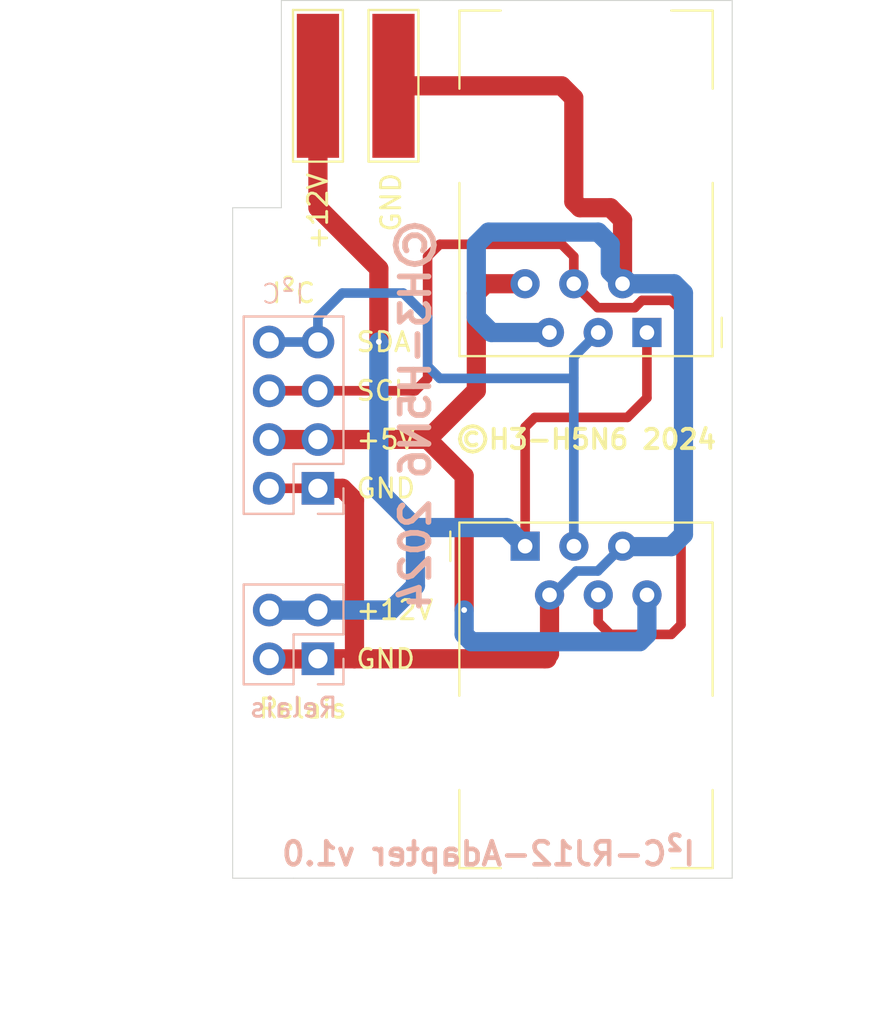
<source format=kicad_pcb>
(kicad_pcb (version 20240108) (generator "pcbnew") (generator_version "8.0")
  (layers (0 "F.Cu" signal) (31 "B.Cu" signal) (34 "B.Paste" user) (35 "F.Paste" user) (36 "B.SilkS" user "B.Silkscreen") (37 "F.SilkS" user "F.Silkscreen") (38 "B.Mask" user) (39 "F.Mask" user) (44 "Edge.Cuts" user))
  (net 0 "")
  (net 1 "GND")
  (net 2 "+5V")
  (net 3 "+12V")
  (net 4 "/SDA")
  (net 5 "/SCL")
  (footprint "Text:Text" (layer "F.Cu") (at 106.68 116.84)
    (property "Reference" "Tx2" (hide yes))
    (property "Value" "I²C-RJ12-Adapter v1.0" (hide yes))
    (fp_text user "${VALUE}" (at -1.27 -5.08 0) (layer "B.SilkS") (effects (font (size 1.2 1.2) (thickness 0.24) (bold yes)) (justify mirror)))
  )
  (footprint "Wago:RJ12_Amphenol_54601_Light" (layer "F.Cu") (at 107.32 95.735)
    (property "Reference" "J2" (hide yes))
    (property "Value" "6P6C" (hide yes))
    (fp_line (start -3.9 0.77) (end -3.9 -0.76) (stroke (width 0.12)) (layer "F.SilkS"))
    (fp_line (start -3.43 -1.23) (end 9.77 -1.23) (stroke (width 0.12)) (layer "F.SilkS"))
    (fp_line (start -3.43 7.72) (end -3.43 7.79) (stroke (width 0.1)) (layer "F.SilkS"))
    (fp_line (start -3.43 7.79) (end -3.43 -1.23) (stroke (width 0.12)) (layer "F.SilkS"))
    (fp_line (start -3.43 16.77) (end -3.43 12.7) (stroke (width 0.12)) (layer "F.SilkS"))
    (fp_line (start -1.27 16.77) (end -3.43 16.77) (stroke (width 0.12)) (layer "F.SilkS"))
    (fp_line (start 9.77 -1.23) (end 9.77 7.79) (stroke (width 0.12)) (layer "F.SilkS"))
    (fp_line (start 9.77 16.65) (end 9.77 16.77) (stroke (width 0.1)) (layer "F.SilkS"))
    (fp_line (start 9.77 16.76) (end 9.77 16.77) (stroke (width 0.1)) (layer "F.SilkS"))
    (fp_line (start 9.77 16.77) (end 7.62 16.77) (stroke (width 0.12)) (layer "F.SilkS"))
    (fp_line (start 9.77 16.77) (end 9.77 12.7) (stroke (width 0.12)) (layer "F.SilkS"))
    (pad "" np_thru_hole circle (at -1.91 8.89) (size 3.25 3.25) (drill 3.25) (layers "*.Cu" "*.Mask"))
    (pad "" np_thru_hole circle (at 8.25 8.89) (size 3.25 3.25) (drill 3.25) (layers "*.Cu" "*.Mask"))
    (pad "1" thru_hole rect (at 0 0) (size 1.52 1.52) (drill 0.76) (layers "*.Cu" "*.Mask") (net 3 "+12V"))
    (pad "2" thru_hole circle (at 1.27 2.54) (size 1.52 1.52) (drill 0.76) (layers "*.Cu" "*.Mask") (net 1 "GND"))
    (pad "3" thru_hole circle (at 2.54 0) (size 1.52 1.52) (drill 0.76) (layers "*.Cu" "*.Mask") (net 4 "/SDA"))
    (pad "4" thru_hole circle (at 3.81 2.54) (size 1.52 1.52) (drill 0.76) (layers "*.Cu" "*.Mask") (net 5 "/SCL"))
    (pad "5" thru_hole circle (at 5.08 0) (size 1.52 1.52) (drill 0.76) (layers "*.Cu" "*.Mask") (net 1 "GND"))
    (pad "6" thru_hole circle (at 6.35 2.54) (size 1.52 1.52) (drill 0.76) (layers "*.Cu" "*.Mask") (net 2 "+5V"))
  )
  (footprint "Wago:Pad_7.5x2.2mm" (layer "F.Cu") (at 96.52 71.755 90)
    (property "Reference" "J12" (hide yes))
    (property "Value" "+12V" (at -4.445 0 -90) (layer "F.SilkS") (effects (justify right)))
    (fp_line (start 3.95 -1.3) (end 3.95 1.3) (stroke (width 0.12)) (layer "F.SilkS"))
    (fp_line (start -3.95 -1.3) (end 3.95 -1.3) (stroke (width 0.12)) (layer "F.SilkS"))
    (fp_line (start 3.95 1.3) (end -3.95 1.3) (stroke (width 0.12)) (layer "F.SilkS"))
    (fp_line (start -3.95 1.3) (end -3.95 -1.3) (stroke (width 0.12)) (layer "F.SilkS"))
    (pad "1" smd rect (at 0 0 90) (size 7.5 2.2) (layers "F.Cu" "F.Mask") (net 3 "+12V"))
  )
  (footprint "MountingHole:MountingHole_3.2mm_M3" (layer "F.Cu") (at 99.695 108.585)
    (property "Reference" "H2" (hide yes))
    (property "Value" "MountingHole" (hide yes))
    (pad "" np_thru_hole circle (at 0 0) (size 3.2 3.2) (drill 3.2) (layers "F&B.Cu" "*.Mask"))
  )
  (footprint "Text:Text" (layer "F.Cu") (at 81.28 95.25 90)
    (property "Reference" "Tx1" (hide yes))
    (property "Value" "©H3-H5N6 2024" (hide yes))
    (fp_text user "${VALUE}" (at 6.35 20.32 -90) (layer "B.SilkS") (effects (font (size 1.5 1.5) (thickness 0.3) (bold yes)) (justify mirror)))
    (fp_text user "${VALUE}" (at 5.08 29.21 0) (layer "F.SilkS") (effects (font (thickness 0.2) (bold yes))))
  )
  (footprint "Wago:RJ12_Amphenol_54601_Light" (layer "F.Cu") (at 113.665 84.605 180)
    (property "Reference" "J1" (hide yes))
    (property "Value" "6P6C" (hide yes))
    (fp_line (start 9.77 16.77) (end 9.77 12.7) (stroke (width 0.12)) (layer "F.SilkS"))
    (fp_line (start 9.77 16.77) (end 7.62 16.77) (stroke (width 0.12)) (layer "F.SilkS"))
    (fp_line (start 9.77 16.76) (end 9.77 16.77) (stroke (width 0.1)) (layer "F.SilkS"))
    (fp_line (start 9.77 16.65) (end 9.77 16.77) (stroke (width 0.1)) (layer "F.SilkS"))
    (fp_line (start 9.77 -1.23) (end 9.77 7.79) (stroke (width 0.12)) (layer "F.SilkS"))
    (fp_line (start -1.27 16.77) (end -3.43 16.77) (stroke (width 0.12)) (layer "F.SilkS"))
    (fp_line (start -3.43 16.77) (end -3.43 12.7) (stroke (width 0.12)) (layer "F.SilkS"))
    (fp_line (start -3.43 7.79) (end -3.43 -1.23) (stroke (width 0.12)) (layer "F.SilkS"))
    (fp_line (start -3.43 7.72) (end -3.43 7.79) (stroke (width 0.1)) (layer "F.SilkS"))
    (fp_line (start -3.43 -1.23) (end 9.77 -1.23) (stroke (width 0.12)) (layer "F.SilkS"))
    (fp_line (start -3.9 0.77) (end -3.9 -0.76) (stroke (width 0.12)) (layer "F.SilkS"))
    (pad "" np_thru_hole circle (at -1.91 8.89 180) (size 3.25 3.25) (drill 3.25) (layers "*.Cu" "*.Mask"))
    (pad "" np_thru_hole circle (at 8.25 8.89 180) (size 3.25 3.25) (drill 3.25) (layers "*.Cu" "*.Mask"))
    (pad "1" thru_hole rect (at 0 0 180) (size 1.52 1.52) (drill 0.76) (layers "*.Cu" "*.Mask") (net 3 "+12V"))
    (pad "2" thru_hole circle (at 1.27 2.54 180) (size 1.52 1.52) (drill 0.76) (layers "*.Cu" "*.Mask") (net 1 "GND"))
    (pad "3" thru_hole circle (at 2.54 0 180) (size 1.52 1.52) (drill 0.76) (layers "*.Cu" "*.Mask") (net 4 "/SDA"))
    (pad "4" thru_hole circle (at 3.81 2.54 180) (size 1.52 1.52) (drill 0.76) (layers "*.Cu" "*.Mask") (net 5 "/SCL"))
    (pad "5" thru_hole circle (at 5.08 0 180) (size 1.52 1.52) (drill 0.76) (layers "*.Cu" "*.Mask") (net 1 "GND"))
    (pad "6" thru_hole circle (at 6.35 2.54 180) (size 1.52 1.52) (drill 0.76) (layers "*.Cu" "*.Mask") (net 2 "+5V"))
  )
  (footprint "Wago:Pad_7.5x2.2mm" (layer "F.Cu") (at 100.457 71.755 90)
    (property "Reference" "J13" (hide yes))
    (property "Value" "GND" (at -4.445 -0.127 -90) (layer "F.SilkS") (effects (justify right)))
    (fp_line (start 3.95 -1.3) (end 3.95 1.3) (stroke (width 0.12)) (layer "F.SilkS"))
    (fp_line (start -3.95 -1.3) (end 3.95 -1.3) (stroke (width 0.12)) (layer "F.SilkS"))
    (fp_line (start 3.95 1.3) (end -3.95 1.3) (stroke (width 0.12)) (layer "F.SilkS"))
    (fp_line (start -3.95 1.3) (end -3.95 -1.3) (stroke (width 0.12)) (layer "F.SilkS"))
    (pad "1" smd rect (at 0 0 90) (size 7.5 2.2) (layers "F.Cu" "F.Mask") (net 1 "GND"))
  )
  (footprint "Connector_PinSocket_2.54mm:PinSocket_2x02_P2.54mm_Vertical" (layer "B.Cu") (at 96.52 101.6)
    (property "Reference" "J11" (hide yes))
    (property "Value" "Relais" (at -1.27 2.54 0) (layer "B.SilkS") (effects (justify mirror)))
    (fp_line (start -3.87 -3.87) (end -3.87 1.33) (stroke (width 0.12)) (layer "B.SilkS"))
    (fp_line (start -1.27 -1.27) (end -1.27 1.33) (stroke (width 0.12)) (layer "B.SilkS"))
    (fp_line (start -1.27 1.33) (end -3.87 1.33) (stroke (width 0.12)) (layer "B.SilkS"))
    (fp_line (start 1.33 -3.87) (end -3.87 -3.87) (stroke (width 0.12)) (layer "B.SilkS"))
    (fp_line (start 1.33 -3.87) (end 1.33 -1.27) (stroke (width 0.12)) (layer "B.SilkS"))
    (fp_line (start 1.33 -1.27) (end -1.27 -1.27) (stroke (width 0.12)) (layer "B.SilkS"))
    (fp_line (start 1.33 0) (end 1.33 1.33) (stroke (width 0.12)) (layer "B.SilkS"))
    (fp_line (start 1.33 1.33) (end 0 1.33) (stroke (width 0.12)) (layer "B.SilkS"))
    (pad "1" thru_hole rect (at 0 0) (size 1.7 1.7) (drill 1) (layers "*.Cu" "*.Mask") (net 1 "GND"))
    (pad "2" thru_hole oval (at -2.54 0) (size 1.7 1.7) (drill 1) (layers "*.Cu" "*.Mask") (net 1 "GND"))
    (pad "3" thru_hole oval (at 0 -2.54) (size 1.7 1.7) (drill 1) (layers "*.Cu" "*.Mask") (net 3 "+12V"))
    (pad "4" thru_hole oval (at -2.54 -2.54) (size 1.7 1.7) (drill 1) (layers "*.Cu" "*.Mask") (net 3 "+12V"))
  )
  (footprint "Connector_PinSocket_2.54mm:PinSocket_2x04_P2.54mm_Vertical" (layer "B.Cu") (at 96.52 92.72)
    (property "Reference" "J10" (hide yes))
    (property "Value" "I²C" (at -1.27 -10.17 0) (layer "F.SilkS"))
    (fp_line (start -3.87 -8.95) (end -3.87 1.33) (stroke (width 0.12)) (layer "B.SilkS"))
    (fp_line (start -1.27 -1.27) (end -1.27 1.33) (stroke (width 0.12)) (layer "B.SilkS"))
    (fp_line (start -1.27 1.33) (end -3.87 1.33) (stroke (width 0.12)) (layer "B.SilkS"))
    (fp_line (start 1.33 -8.95) (end -3.87 -8.95) (stroke (width 0.12)) (layer "B.SilkS"))
    (fp_line (start 1.33 -8.95) (end 1.33 -1.27) (stroke (width 0.12)) (layer "B.SilkS"))
    (fp_line (start 1.33 -1.27) (end -1.27 -1.27) (stroke (width 0.12)) (layer "B.SilkS"))
    (fp_line (start 1.33 0) (end 1.33 1.33) (stroke (width 0.12)) (layer "B.SilkS"))
    (fp_line (start 1.33 1.33) (end 0 1.33) (stroke (width 0.12)) (layer "B.SilkS"))
    (pad "1" thru_hole rect (at 0 0) (size 1.7 1.7) (drill 1) (layers "*.Cu" "*.Mask") (net 1 "GND"))
    (pad "2" thru_hole oval (at -2.54 0) (size 1.7 1.7) (drill 1) (layers "*.Cu" "*.Mask") (net 1 "GND"))
    (pad "3" thru_hole oval (at 0 -2.54) (size 1.7 1.7) (drill 1) (layers "*.Cu" "*.Mask") (net 2 "+5V"))
    (pad "4" thru_hole oval (at -2.54 -2.54) (size 1.7 1.7) (drill 1) (layers "*.Cu" "*.Mask") (net 2 "+5V"))
    (pad "5" thru_hole oval (at 0 -5.08) (size 1.7 1.7) (drill 1) (layers "*.Cu" "*.Mask") (net 5 "/SCL"))
    (pad "6" thru_hole oval (at -2.54 -5.08) (size 1.7 1.7) (drill 1) (layers "*.Cu" "*.Mask") (net 5 "/SCL"))
    (pad "7" thru_hole oval (at 0 -7.62) (size 1.7 1.7) (drill 1) (layers "*.Cu" "*.Mask") (net 4 "/SDA"))
    (pad "8" thru_hole oval (at -2.54 -7.62) (size 1.7 1.7) (drill 1) (layers "*.Cu" "*.Mask") (net 4 "/SDA"))
  )
  (gr_line (start 92.075 78.105) (end 94.615 78.105) (stroke (width 0.05)) (layer "Edge.Cuts"))
  (gr_line (start 95.25 113.03) (end 107.95 113.03) (stroke (width 0.05)) (layer "Edge.Cuts"))
  (gr_line (start 92.075 113.03) (end 95.25 113.03) (stroke (width 0.05)) (layer "Edge.Cuts"))
  (gr_line (start 118.11 67.31) (end 118.11 113.03) (stroke (width 0.05)) (layer "Edge.Cuts"))
  (gr_line (start 94.615 67.31) (end 102.87 67.31) (stroke (width 0.05)) (layer "Edge.Cuts"))
  (gr_line (start 94.615 78.105) (end 94.615 67.31) (stroke (width 0.05)) (layer "Edge.Cuts"))
  (gr_line (start 102.87 67.31) (end 118.11 67.31) (stroke (width 0.05)) (layer "Edge.Cuts"))
  (gr_line (start 92.075 113.03) (end 92.075 78.105) (stroke (width 0.05)) (layer "Edge.Cuts"))
  (gr_line (start 118.11 113.03) (end 107.95 113.03) (stroke (width 0.05)) (layer "Edge.Cuts"))
  (gr_text "I²C" (at 95.885 83.185 0) (layer "B.SilkS") (effects (font (size 1 1) (thickness 0.1)) (justify left bottom mirror)))
  (gr_text "GND" (at 98.425 101.61 0) (layer "F.SilkS") (effects (font (size 1 1)) (justify left)))
  (gr_text "GND" (at 98.435 92.72 0) (layer "F.SilkS") (effects (font (size 1 1)) (justify left)))
  (gr_text "+5V" (at 98.435 90.18 0) (layer "F.SilkS") (effects (font (size 1 1)) (justify left)))
  (gr_text "+12V" (at 98.425 99.06 0) (layer "F.SilkS") (effects (font (size 1 1)) (justify left)))
  (gr_text "SDA" (at 98.435 85.1 0) (layer "F.SilkS") (effects (font (size 1 1)) (justify left)))
  (gr_text "SCL" (at 98.435 87.64 0) (layer "F.SilkS") (effects (font (size 1 1)) (justify left)))
  (gr_text "Relais" (at 93.345 104.775 0) (layer "F.SilkS") (effects (font (size 1 1)) (justify left bottom)))
  (segment (start 109.22 71.755) (end 100.457 71.755) (width 1) (layer "F.Cu") (net 1))
  (segment (start 108.59 101.346) (end 108.59 98.275) (width 1) (layer "F.Cu") (net 1))
  (segment (start 108.336 101.6) (end 108.59 101.346) (width 1) (layer "F.Cu") (net 1))
  (segment (start 97.8 92.72) (end 98.425 93.345) (width 1) (layer "F.Cu") (net 1))
  (segment (start 93.99 101.61) (end 96.53 101.61) (width 1) (layer "F.Cu") (net 1))
  (segment (start 109.855 72.39) (end 109.22 71.755) (width 1) (layer "F.Cu") (net 1))
  (segment (start 110.1725 78.105) (end 109.855 77.7875) (width 1) (layer "F.Cu") (net 1))
  (segment (start 98.425 93.345) (end 98.425 101.6) (width 1) (layer "F.Cu") (net 1))
  (segment (start 112.395 78.74) (end 111.76 78.105) (width 1) (layer "F.Cu") (net 1))
  (segment (start 109.855 77.7875) (end 109.855 72.39) (width 1) (layer "F.Cu") (net 1))
  (segment (start 111.76 78.105) (end 110.1725 78.105) (width 1) (layer "F.Cu") (net 1))
  (segment (start 112.395 82.065) (end 112.395 78.74) (width 1) (layer "F.Cu") (net 1))
  (segment (start 96.53 92.72) (end 93.99 92.72) (width 0.5) (layer "F.Cu") (net 1))
  (segment (start 98.425 101.6) (end 96.6515 101.6) (width 1) (layer "F.Cu") (net 1))
  (segment (start 98.425 101.6) (end 108.458 101.6) (width 1) (layer "F.Cu") (net 1))
  (segment (start 96.52 92.72) (end 97.8 92.72) (width 1) (layer "F.Cu") (net 1))
  (segment (start 108.585 84.605) (end 105.56 84.605) (width 1) (layer "B.Cu") (net 1))
  (segment (start 108.59 98.275) (end 108.735 98.275) (width 0.5) (layer "B.Cu") (net 1))
  (segment (start 108.735 98.275) (end 109.982 97.028) (width 0.5) (layer "B.Cu") (net 1))
  (segment (start 104.775 80.01) (end 105.41 79.375) (width 1) (layer "B.Cu") (net 1))
  (segment (start 114.935 95.758) (end 112.423 95.758) (width 1) (layer "B.Cu") (net 1))
  (segment (start 111.755 81.425) (end 112.395 82.065) (width 1) (layer "B.Cu") (net 1))
  (segment (start 109.982 97.028) (end 111.107 97.028) (width 0.5) (layer "B.Cu") (net 1))
  (segment (start 111.125 79.375) (end 111.76 80.01) (width 1) (layer "B.Cu") (net 1))
  (segment (start 105.56 84.605) (end 104.775 83.82) (width 1) (layer "B.Cu") (net 1))
  (segment (start 104.775 83.82) (end 104.775 80.01) (width 1) (layer "B.Cu") (net 1))
  (segment (start 115.57 95.123) (end 114.935 95.758) (width 1) (layer "B.Cu") (net 1))
  (segment (start 112.395 82.065) (end 115.085 82.065) (width 1) (layer "B.Cu") (net 1))
  (segment (start 115.57 82.55) (end 115.57 95.123) (width 1) (layer "B.Cu") (net 1))
  (segment (start 111.755 80.015) (end 111.755 81.425) (width 1) (layer "B.Cu") (net 1))
  (segment (start 105.41 79.375) (end 111.125 79.375) (width 1) (layer "B.Cu") (net 1))
  (segment (start 111.76 80.01) (end 111.755 80.015) (width 0.5) (layer "B.Cu") (net 1))
  (segment (start 115.085 82.065) (end 115.57 82.55) (width 1) (layer "B.Cu") (net 1))
  (segment (start 111.107 97.028) (end 112.4 95.735) (width 0.5) (layer "B.Cu") (net 1))
  (segment (start 104.775 82.55) (end 105.26 82.065) (width 1) (layer "F.Cu") (net 2))
  (segment (start 104.14 92.075) (end 104.14 99.06) (width 1) (layer "F.Cu") (net 2))
  (segment (start 102.235 90.17) (end 104.14 92.075) (width 1) (layer "F.Cu") (net 2))
  (segment (start 93.99 90.18) (end 99.578 90.18) (width 1) (layer "F.Cu") (net 2))
  (segment (start 105.26 82.065) (end 107.315 82.065) (width 1) (layer "F.Cu") (net 2))
  (segment (start 99.588 90.17) (end 102.235 90.17) (width 1) (layer "F.Cu") (net 2))
  (segment (start 102.235 90.17) (end 104.775 87.63) (width 1) (layer "F.Cu") (net 2))
  (segment (start 104.775 87.63) (end 104.775 82.55) (width 1) (layer "F.Cu") (net 2))
  (via (at 104.14 99.06) (size 0.6) (drill 0.3) (layers "F.Cu" "B.Cu") (net 2))
  (segment (start 113.284 100.711) (end 104.521 100.711) (width 1) (layer "B.Cu") (net 2))
  (segment (start 104.14 100.33) (end 104.14 99.06) (width 1) (layer "B.Cu") (net 2))
  (segment (start 113.665 100.33) (end 113.284 100.711) (width 1) (layer "B.Cu") (net 2))
  (segment (start 113.665 98.402) (end 113.665 100.33) (width 1) (layer "B.Cu") (net 2))
  (segment (start 104.521 100.711) (end 104.14 100.33) (width 1) (layer "B.Cu") (net 2))
  (segment (start 113.665 88.011) (end 113.665 84.605) (width 0.5) (layer "F.Cu") (net 3))
  (segment (start 112.649 89.027) (end 113.665 88.011) (width 0.5) (layer "F.Cu") (net 3))
  (segment (start 107.32 89.53) (end 107.823 89.027) (width 0.5) (layer "F.Cu") (net 3))
  (segment (start 96.52 78.105) (end 99.695 81.28) (width 1) (layer "F.Cu") (net 3))
  (segment (start 107.32 95.735) (end 107.32 89.53) (width 0.5) (layer "F.Cu") (net 3))
  (segment (start 107.823 89.027) (end 112.649 89.027) (width 0.5) (layer "F.Cu") (net 3))
  (segment (start 96.52 71.755) (end 96.52 78.105) (width 1) (layer "F.Cu") (net 3))
  (segment (start 99.695 81.28) (end 99.695 85.09) (width 1) (layer "F.Cu") (net 3))
  (via (at 99.695 85.09) (size 0.6) (drill 0.3) (layers "F.Cu" "B.Cu") (net 3))
  (segment (start 93.99 99.07) (end 96.53 99.07) (width 1) (layer "B.Cu") (net 3))
  (segment (start 101.6 94.765) (end 99.695 92.86) (width 1) (layer "B.Cu") (net 3))
  (segment (start 101.6 94.765) (end 106.35 94.765) (width 1) (layer "B.Cu") (net 3))
  (segment (start 101.6 97.79) (end 101.6 94.765) (width 1) (layer "B.Cu") (net 3))
  (segment (start 99.695 92.86) (end 99.695 85.09) (width 1) (layer "B.Cu") (net 3))
  (segment (start 96.52 99.06) (end 100.33 99.06) (width 1) (layer "B.Cu") (net 3))
  (segment (start 106.35 94.765) (end 107.32 95.735) (width 1) (layer "B.Cu") (net 3))
  (segment (start 100.33 99.06) (end 101.6 97.79) (width 1) (layer "B.Cu") (net 3))
  (segment (start 100.965 82.55) (end 102.235 83.82) (width 0.5) (layer "B.Cu") (net 4))
  (segment (start 96.52 85.1) (end 96.52 83.82) (width 0.5) (layer "B.Cu") (net 4))
  (segment (start 93.99 85.1) (end 96.53 85.1) (width 0.5) (layer "B.Cu") (net 4))
  (segment (start 109.855 88.75) (end 109.855 85.875) (width 0.5) (layer "B.Cu") (net 4))
  (segment (start 97.79 82.55) (end 100.965 82.55) (width 0.5) (layer "B.Cu") (net 4))
  (segment (start 96.52 83.82) (end 97.79 82.55) (width 0.5) (layer "B.Cu") (net 4))
  (segment (start 102.235 86.36) (end 102.87 86.995) (width 0.5) (layer "B.Cu") (net 4))
  (segment (start 102.87 86.995) (end 109.855 86.995) (width 0.5) (layer "B.Cu") (net 4))
  (segment (start 109.855 85.875) (end 111.125 84.605) (width 0.5) (layer "B.Cu") (net 4))
  (segment (start 109.855 95.73) (end 109.86 95.735) (width 0.5) (layer "B.Cu") (net 4))
  (segment (start 102.235 83.82) (end 102.235 86.36) (width 0.5) (layer "B.Cu") (net 4))
  (segment (start 109.855 88.75) (end 109.855 95.73) (width 0.5) (layer "B.Cu") (net 4))
  (segment (start 101.59 87.64) (end 96.52 87.64) (width 0.5) (layer "F.Cu") (net 5))
  (segment (start 96.53 87.64) (end 93.99 87.64) (width 0.5) (layer "F.Cu") (net 5))
  (segment (start 115.443 83.439) (end 115.443 99.822) (width 0.5) (layer "F.Cu") (net 5))
  (segment (start 102.87 80.01) (end 102.235 80.645) (width 0.5) (layer "F.Cu") (net 5))
  (segment (start 109.855 82.065) (end 111.102 83.312) (width 0.5) (layer "F.Cu") (net 5))
  (segment (start 114.935 100.33) (end 111.76 100.33) (width 0.5) (layer "F.Cu") (net 5))
  (segment (start 113.411 82.931) (end 114.935 82.931) (width 0.5) (layer "F.Cu") (net 5))
  (segment (start 115.443 99.822) (end 114.935 100.33) (width 0.5) (layer "F.Cu") (net 5))
  (segment (start 111.125 99.695) (end 111.125 98.275) (width 0.5) (layer "F.Cu") (net 5))
  (segment (start 114.935 82.931) (end 115.443 83.439) (width 0.5) (layer "F.Cu") (net 5))
  (segment (start 102.235 80.645) (end 102.235 86.995) (width 0.5) (layer "F.Cu") (net 5))
  (segment (start 109.22 80.01) (end 102.87 80.01) (width 0.5) (layer "F.Cu") (net 5))
  (segment (start 109.855 82.065) (end 109.855 80.645) (width 0.5) (layer "F.Cu") (net 5))
  (segment (start 111.76 100.33) (end 111.125 99.695) (width 0.5) (layer "F.Cu") (net 5))
  (segment (start 111.102 83.312) (end 113.03 83.312) (width 0.5) (layer "F.Cu") (net 5))
  (segment (start 102.235 86.995) (end 101.59 87.64) (width 0.5) (layer "F.Cu") (net 5))
  (segment (start 109.855 80.645) (end 109.22 80.01) (width 0.5) (layer "F.Cu") (net 5))
  (segment (start 113.03 83.312) (end 113.411 82.931) (width 0.5) (layer "F.Cu") (net 5))
)
</source>
